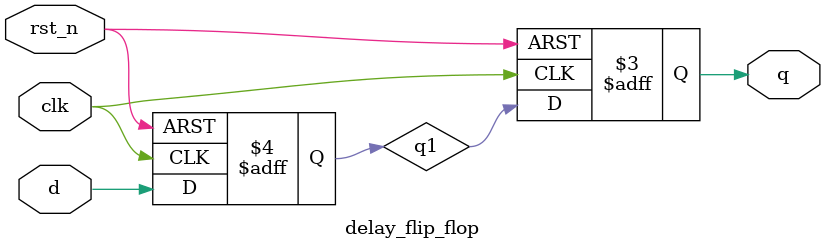
<source format=v>
module delay_flip_flop (
    input wire clk,        // Clock input
    input wire rst_n,      // Active-low reset
    input wire d,          // Data input
    output reg q           // Data output (delayed)
);

    // Internal signal to hold the delayed data
    reg q1;

    // Flip-flop logic
    always @(posedge clk or negedge rst_n) begin
        if (!rst_n) begin
            // Asynchronous reset
            q1 <= 1'b0;
            q <= 1'b0;
        end else begin
            // Delay flip-flop behavior
            q1 <= d;   // Capture input
            q <= q1;   // Output the previous input
        end
    end
endmodule
</source>
